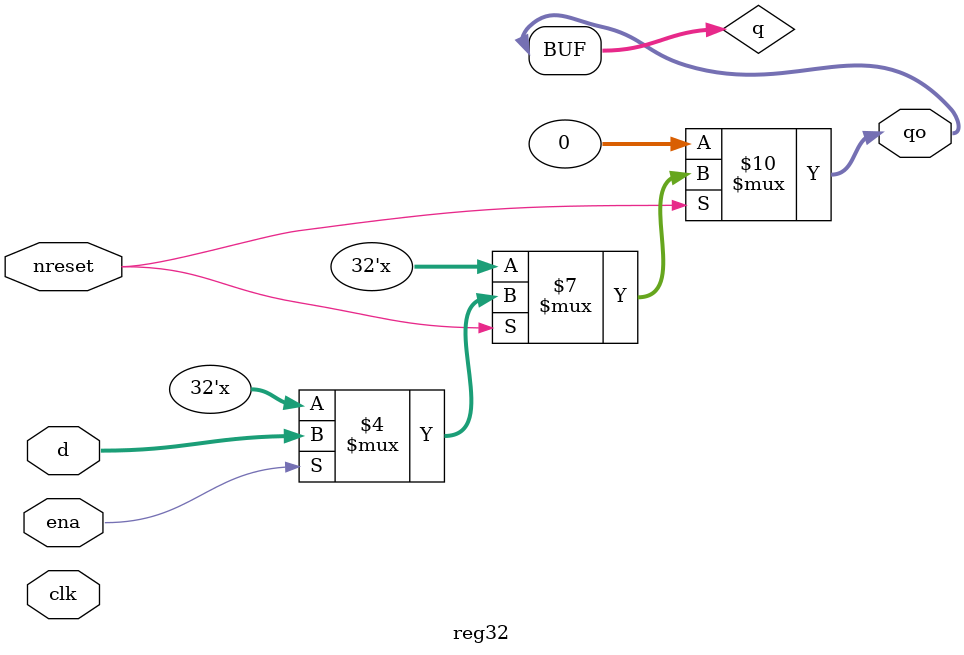
<source format=v>
module reg32
(
 input[31:0] d,
 input clk, //hay que borrarlo
 input nreset,
 input ena,
 output [31:0] qo
 );

	reg[31:0] q;
	wire reset;
	
	assign reset = ~nreset;
 
	always @(*) begin
		if (reset) begin
			q = 0;
		end
		else if (ena) begin
			q = d;
		end
	end

	assign qo = q;


endmodule
</source>
